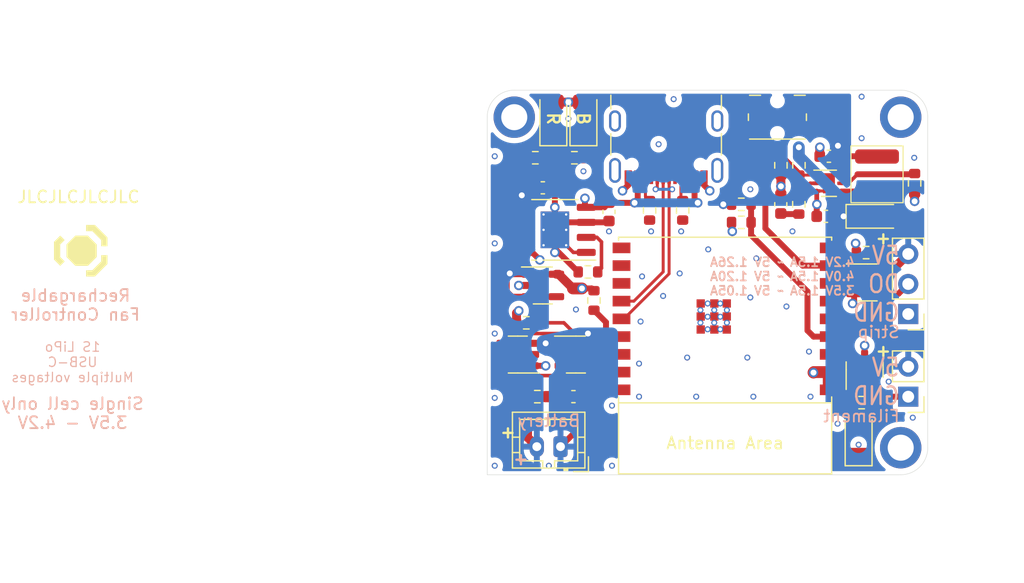
<source format=kicad_pcb>
(kicad_pcb (version 20221018) (generator pcbnew)
  (title_block (title "Custom - Charging Board (1S)") (company "Abit Gray"))
  (layers (0 "F.Cu" signal) (1 "In1.Cu" power "In1.Cu (GND)") (2 "In2.Cu" power "In2.Cu (Vcc)") (31 "B.Cu" signal) (34 "B.Paste" user) (35 "F.Paste" user) (36 "B.SilkS" user "B.Silkscreen") (37 "F.SilkS" user "F.Silkscreen") (38 "B.Mask" user) (39 "F.Mask" user) (44 "Edge.Cuts" user))
  (net 0 "")
  (net 1 "GND")
  (net 2 "-BATT")
  (net 3 "+5V")
  (net 4 "+BATT")
  (net 5 "/DW01A Vcc")
  (net 6 "Net-(C5-Pad1)")
  (net 7 "Net-(D3-K)")
  (net 8 "Net-(D4-K)")
  (net 9 "Net-(D1-A)")
  (net 10 "Net-(J1-CC1)")
  (net 12 "Net-(J1-CC2)")
  (net 13 "USB D+")
  (net 14 "USB D-")
  (net 15 "/FET Charge")
  (net 16 "/FET Discharge")
  (net 17 "/Standby")
  (net 18 "/Charging")
  (net 19 "/Prog")
  (net 21 "Net-(J2-Pin_2)")
  (net 22 "Net-(U2-VM)")
  (net 26 "Net-(J3-Pin_1)")
  (net 28 "/Feedback")
  (net 29 "Net-(U4-CTRL)")
  (net 30 "Net-(U4-COMP)")
  (net 31 "LED Strip")
  (net 32 "+3.3V")
  (net 33 "Battery Voltage (3{slash}4)")
  (net 43 "LED Filament")
  (net 44 "/VUSB")
  (net 45 "/Strapping 1")
  (net 46 "/BOOT")
  (net 47 "Net-(D2-A)")
  (footprint "Capacitor_SMD:C_0603_1608Metric" (layer "F.Cu") (at 91.2175 43.18 180)
    (fp_text reference "C4" hide)
    (fp_text value "4.7uF")
  )
  (footprint "Button_Switch_SMD:Panasonic_EVQPUL_EVQPUC" (layer "F.Cu") (at 86.868 39.878)
    (fp_text reference "SW1" hide)
    (fp_text value "BOOT")
  )
  (footprint "Resistor_SMD:R_0603_1608Metric" (layer "F.Cu") (at 66.593 63.5 180)
    (fp_text reference "R7" hide)
    (fp_text value "100R")
  )
  (footprint "Package_TO_SOT_SMD:SOT-23-6" (layer "F.Cu") (at 64.942 59.944 180)
    (fp_text reference "U3" hide)
    (fp_text value "FS8205A")
  )
  (footprint "Resistor_SMD:R_0603_1608Metric" (layer "F.Cu") (at 83.82 47.244)
    (fp_text reference "R15" hide)
    (fp_text value "10k")
  )
  (footprint "PCM_Espressif:ESP32-C3-WROOM-02" (layer "F.Cu") (at 82.451 57.026 180)
    (fp_text reference "U6" hide)
    (fp_text value "ESP32-C3-WROOM-02-N4")
  )
  (footprint "Capacitor_SMD:C_0603_1608Metric" (layer "F.Cu") (at 69.641 63.5)
    (fp_text reference "C3" hide)
    (fp_text value "100nF")
  )
  (footprint "Capacitor_SMD:C_0603_1608Metric" (layer "F.Cu") (at 72.644 47.879 -90)
    (fp_text reference "C1" hide)
    (fp_text value "100nF")
  )
  (footprint "Resistor_SMD:R_0603_1608Metric" (layer "F.Cu") (at 88.6875 43.947 90)
    (fp_text reference "R9" hide)
    (fp_text value "30k")
  )
  (footprint "Connector_PinHeader_2.54mm:PinHeader_1x03_P2.54mm_Vertical" (layer "F.Cu") (at 97.917 56.52 180)
    (fp_text reference "J2" hide)
    (fp_text value "LED Strip")
  )
  (footprint "Resistor_SMD:R_0603_1608Metric" (layer "F.Cu") (at 65.659 57.2595 180)
    (fp_text reference "R6" hide)
    (fp_text value "1k")
  )
  (footprint "Resistor_SMD:R_0603_1608Metric" (layer "F.Cu") (at 70.866 52.959)
    (fp_text reference "R5" hide)
    (fp_text value "1.2k")
  )
  (footprint "Package_TO_SOT_SMD:SOT-23" (layer "F.Cu") (at 94.234 61.214 90)
    (fp_text reference "Q1" hide)
    (fp_text value "Si2301CDS")
  )
  (footprint "Resistor_SMD:R_0603_1608Metric" (layer "F.Cu") (at 83.82 48.768)
    (fp_text reference "R13" hide)
    (fp_text value "30k")
  )
  (footprint "MountingHole:MountingHole_2.2mm_M2_ISO7380_Pad" (layer "F.Cu") (at 97.282 39.878 -90)
    (fp_text reference "H3" hide)
    (fp_text value "MountingHole_Pad")
  )
  (footprint "MountingHole:MountingHole_2.2mm_M2_ISO7380_Pad" (layer "F.Cu") (at 97.282 67.818 -90)
    (fp_text reference "H4" hide)
    (fp_text value "MountingHole_Pad")
  )
  (footprint "Connector_JST:JST_PH_B2B-PH-K_1x02_P2.00mm_Vertical" (layer "F.Cu") (at 68.548 67.7275 180)
    (fp_text reference "BT1" hide)
    (fp_text value "Conn_01x02")
  )
  (footprint "Connector_USB:USB_C_Receptacle_GCT_USB4105-xx-A_16P_TopMnt_Horizontal" (layer "F.Cu") (at 77.47 41.275 180)
    (fp_text reference "J1" hide)
    (fp_text value "USB-C (Female)")
  )
  (footprint "Package_TO_SOT_SMD:SOT-23-5" (layer "F.Cu") (at 94.488 53.848)
    (fp_text reference "U5" hide)
    (fp_text value "SN74AHCT1G125DBVR")
  )
  (footprint "MountingHole:MountingHole_2.2mm_M2_ISO7380_Pad" (layer "F.Cu") (at 64.643 39.878 -90)
    (fp_text reference "H6" hide)
    (fp_text value "MountingHole_Pad")
  )
  (footprint "Resistor_SMD:R_0603_1608Metric" (layer "F.Cu") (at 78.867 47.752 -90)
    (fp_text reference "R1" hide)
    (fp_text value "5.1k")
  )
  (footprint "Resistor_SMD:R_0603_1608Metric" (layer "F.Cu") (at 66.421 43.307)
    (fp_text reference "R4" hide)
    (fp_text value "10k")
  )
  (footprint "Resistor_SMD:R_0603_1608Metric" (layer "F.Cu") (at 71.374 55.372 -90)
    (fp_text reference "R12" hide)
    (fp_text value "10k")
  )
  (footprint "Resistor_SMD:R_0603_1608Metric" (layer "F.Cu") (at 98.4565 45.466 -90)
    (fp_text reference "R14" hide)
    (fp_text value "10k")
  )
  (footprint "LED_SMD:LED_1206_3216Metric" (layer "F.Cu") (at 93.726 67.056 90)
    (fp_text reference "D2" hide)
    (fp_text value "White")
  )
  (footprint "Package_SO:HSOP-8-1EP_3.9x4.9mm_P1.27mm_EP2.41x3.1mm_ThermalVias" (layer "F.Cu") (at 68.072 49.403 180)
    (fp_text reference "U1" hide)
    (fp_text value "TP4056")
  )
  (footprint "Custom:Inductor 4x4" (layer "F.Cu") (at 95.2815 44.704)
    (fp_text reference "L1" hide)
    (fp_text value "10uH")
  )
  (footprint "Resistor_SMD:R_0603_1608Metric" (layer "F.Cu") (at 69.723 43.307)
    (fp_text reference "R3" hide)
    (fp_text value "10k")
  )
  (footprint "Capacitor_SMD:C_0603_1608Metric" (layer "F.Cu") (at 90.9635 48.26 180)
    (fp_text reference "C6" hide)
    (fp_text value "4.7uF")
  )
  (footprint "Connector_PinHeader_2.54mm:PinHeader_1x02_P2.54mm_Vertical" (layer "F.Cu") (at 97.917 63.505 180)
    (fp_text reference "J3" hide)
    (fp_text value "LED Filament")
  )
  (footprint "Resistor_SMD:R_0603_1608Metric" (layer "F.Cu") (at 76.073 47.752 -90)
    (fp_text reference "R2" hide)
    (fp_text value "5.1k")
  )
  (footprint "Capacitor_SMD:C_0603_1608Metric" (layer "F.Cu") (at 87.1535 47.244 90)
    (fp_text reference "C5" hide)
    (fp_text value "10nF")
  )
  (footprint "Package_DFN_QFN:DFN-6-1EP_2x2mm_P0.65mm_EP1.01x1.7mm" (layer "F.Cu") (at 91.2175 45.466)
    (fp_text reference "U4" hide)
    (fp_text value "TPS61170")
  )
  (footprint "Resistor_SMD:R_0603_1608Metric" (layer "F.Cu") (at 88.6775 47.244 -90)
    (fp_text reference "R8" hide)
    (fp_text value "4.99k")
  )
  (footprint "Resistor_SMD:R_0603_1608Metric" (layer "F.Cu") (at 87.1635 43.947 -90)
    (fp_text reference "R10" hide)
    (fp_text value "10k")
  )
  (footprint "LED_SMD:LED_1206_3216Metric" (layer "F.Cu") (at 70.485 40.005 90)
    (fp_text reference "D3" hide)
    (fp_text value "Blue")
  )
  (footprint "Package_TO_SOT_SMD:SOT-23-5" (layer "F.Cu") (at 67.056 54.102)
    (fp_text reference "U7" hide)
    (fp_text value "AP2112K-3.3")
  )
  (footprint "Diode_SMD:D_SOD-123" (layer "F.Cu") (at 95.0275 48.26)
    (fp_text reference "D1" hide)
    (fp_text value "MBR0540")
  )
  (footprint "Resistor_SMD:R_0603_1608Metric" (layer "F.Cu") (at 93.98 64.008)
    (fp_text reference "R16" hide)
    (fp_text value "10k")
  )
  (footprint "Capacitor_SMD:C_0603_1608Metric" (layer "F.Cu") (at 67.056 45.847)
    (fp_text reference "C2" hide)
    (fp_text value "10uF")
  )
  (footprint "LED_SMD:LED_1206_3216Metric" (layer "F.Cu") (at 67.945 40.005 90)
    (fp_text reference "D4" hide)
    (fp_text value "Red")
  )
  (footprint "Resistor_SMD:R_0603_1608Metric" (layer "F.Cu") (at 94.361 51.323 180)
    (fp_text reference "R11" hide)
    (fp_text value "10k")
  )
  (footprint "Package_TO_SOT_SMD:SOT-23-6" (layer "F.Cu") (at 69.85 59.944)
    (fp_text reference "U2" hide)
    (fp_text value "DW01A-G")
  )
  (gr_poly (pts (xy 29.75421 52.069999) (xy 29.005856 52.818355) (xy 28.476689 52.818355) (xy 28.476689 53.347521) (xy 29.225044 53.347521) (xy 30.283377 52.289188) (xy 30.283377 51.540834) (xy 29.75421 51.540835)) (fill solid) (layer "F.SilkS"))
  (gr_poly (pts (xy 28.476689 49.514958) (xy 29.005856 49.514958) (xy 29.75421 50.263312) (xy 29.75421 50.792479) (xy 30.283377 50.792479) (xy 30.283377 50.044124) (xy 29.225044 48.985791) (xy 28.476689 48.985791)) (fill solid) (layer "F.SilkS"))
  (gr_poly (pts (xy 25.766657 50.418301) (xy 25.766657 51.915011) (xy 26.295824 52.444177) (xy 26.67 52.07) (xy 26.295824 51.695823) (xy 26.295824 50.63749) (xy 26.670001 50.263312) (xy 26.295824 49.889135)) (fill solid) (layer "F.SilkS"))
  (gr_poly (pts (xy 26.82499 50.63749) (xy 26.824991 51.695823) (xy 27.573345 52.444177) (xy 28.631678 52.444178) (xy 29.380033 51.695823) (xy 29.380033 50.63749) (xy 28.631678 49.889135) (xy 27.573346 49.889135)) (fill solid) (layer "F.SilkS"))
  (gr_arc (start 99.568 67.818) (mid 98.898446 69.434446) (end 97.282 70.104) (stroke (width 0.0381)) (layer "Edge.Cuts"))
  (gr_arc (start 97.282 37.592) (mid 98.898475 38.261525) (end 99.568 39.878) (stroke (width 0.0381)) (layer "Edge.Cuts"))
  (gr_line (start 62.357 70.104) (end 62.357 39.878) (stroke (width 0.0381)) (layer "Edge.Cuts"))
  (gr_arc (start 62.357 39.878) (mid 63.026551 38.261537) (end 64.643 37.592) (stroke (width 0.0381)) (layer "Edge.Cuts"))
  (gr_line (start 99.568 39.878) (end 99.568 67.818) (stroke (width 0.0381)) (layer "Edge.Cuts"))
  (gr_line (start 64.643 37.592) (end 97.282 37.592) (stroke (width 0.0381)) (layer "Edge.Cuts"))
  (gr_line (start 97.282 70.104) (end 62.357 70.104) (stroke (width 0.0381)) (layer "Edge.Cuts"))
  (gr_text "Rechargable\nFan Controller" (at 27.586991 55.759823) (layer "B.SilkS") (effects (font (size 1 1)) (justify mirror)))
  (gr_text "Strip" (at 97.282 58.039) (layer "B.SilkS") (effects (font (size 1 1)) (justify left mirror)))
  (gr_text "5V\nGND" (at 97.282 62.23) (layer "B.SilkS") (effects (font (size 1.5 1.27) (thickness 0.2)) (justify left mirror)))
  (gr_text "5V\nDO\nGND" (at 97.282 53.975) (layer "B.SilkS") (effects (font (size 1.5 1.27) (thickness 0.2)) (justify left mirror)))
  (gr_text "Single cell only\n3.5V - 4.2V" (at 27.332991 64.903823) (layer "B.SilkS") (effects (font (size 1 1)) (justify mirror)))
  (gr_text "Battery" (at 67.564 65.532) (layer "B.SilkS") (effects (font (size 1 1)) (justify mirror)))
  (gr_text "Filament" (at 97.282 65.151) (layer "B.SilkS") (effects (font (size 1 1)) (justify left mirror)))
  (gr_text "4.2V 1.5A ~ 5V 1.26A\n4.0V 1.5A ~ 5V 1.20A\n3.5V 1.5A ~ 5V 1.05A" (at 93.472 53.34) (layer "B.SilkS") (effects (font (size 0.75 0.75) (thickness 0.15) bold) (justify left mirror)))
  (gr_text "1S LiPo\nUSB-C\nMultiple voltages" (at 27.332991 60.585823) (layer "B.SilkS") (effects (font (size 0.8 0.8) (thickness 0.1)) (justify mirror)))
  (gr_text "+" (at 65.278 68.834 -90) (layer "B.SilkS") (effects (font (size 1 1) (thickness 0.2) bold) (justify mirror)))
  (gr_text "B" (at 70.485 40.005 -90) (layer "F.SilkS") (effects (font (size 1 1) (thickness 0.2) bold)))
  (gr_text "+" (at 64.18 66.5655 -90) (layer "F.SilkS") (effects (font (size 1 1) (thickness 0.2) bold)))
  (gr_text "+" (at 95.885 50.165 -90) (layer "F.SilkS") (effects (font (size 1 1) (thickness 0.2) bold)))
  (gr_text "+" (at 95.885 59.69 -90) (layer "F.SilkS") (effects (font (size 1 1) (thickness 0.2) bold)))
  (gr_text "R" (at 67.945 40.005 -90) (layer "F.SilkS") (effects (font (size 1 1) (thickness 0.2) bold)))
  (gr_text "JLCJLCJLCJLC" (at 27.840991 46.615823) (layer "F.SilkS") (effects (font (size 1 1))))
  (segment (start 80.67 45.618) (end 81.153 46.101) (width 0.5) (layer "F.Cu") (net 1))
  (segment (start 90.9485 46.116) (end 90.19 46.116) (width 0.25) (layer "F.Cu") (net 1))
  (segment (start 69.632 51.308) (end 69.027 50.703) (width 0.3) (layer "F.Cu") (net 1))
  (segment (start 82.995 49.467) (end 83.058 49.53) (width 0.5) (layer "F.Cu") (net 1))
  (segment (start 74.27 44.955) (end 74.27 45.618) (width 0.5) (layer "F.Cu") (net 1))
  (segment (start 93.3505 54.798) (end 93.3505 55.4935) (width 0.5) (layer "F.Cu") (net 1))
  (segment (start 70.041 52.959) (end 68.072 50.99) (width 0.5) (layer "F.Cu") (net 1))
  (segment (start 64.834 56.4335) (end 65.024 56.2435) (width 0.75) (layer "F.Cu") (net 1))
  (segment (start 80.67 44.955) (end 80.67 45.618) (width 0.5) (layer "F.Cu") (net 1))
  (segment (start 90.4425 43.18) (end 90.4425 42.431) (width 0.75) (layer "F.Cu") (net 1))
  (segment (start 67.831 45.847) (end 68.072 46.088) (width 0.5) (layer "F.Cu") (net 1))
  (segment (start 74.27 45.618) (end 73.787 46.101) (width 0.5) (layer "F.Cu") (net 1))
  (segment (start 70.722 48.768) (end 68.707 48.768) (width 0.5) (layer "F.Cu") (net 1))
  (segment (start 93.536 50.61) (end 93.472 50.546) (width 0.5) (layer "F.Cu") (net 1))
  (segment (start 70.722 48.768) (end 72.53 48.768) (width 0.5) (layer "F.Cu") (net 1))
  (segment (start 87.1635 46.459) (end 87.1535 46.469) (width 0.5) (layer "F.Cu") (net 1))
  (segment (start 70.722 51.308) (end 69.632 51.308) (width 0.3) (layer "F.Cu") (net 1))
  (segment (start 90.4425 42.431) (end 90.4555 42.418) (width 0.5) (layer "F.Cu") (net 1))
  (segment (start 98.4565 46.99) (end 98.4565 46.291) (width 0.75) (layer "F.Cu") (net 1))
  (segment (start 68.072 46.088) (end 68.072 49.403) (width 0.5) (layer "F.Cu") (net 1))
  (segment (start 93.536 51.323) (end 93.536 50.61) (width 0.5) (layer "F.Cu") (net 1))
  (segment (start 90.2015 47.244) (end 90.19 47.2325) (width 0.4) (layer "F.Cu") (net 1))
  (segment (start 94.234 60.2765) (end 94.234 59.182) (width 0.5) (layer "F.Cu") (net 1))
  (segment (start 90.1885 47.257) (end 90.1885 48.26) (width 0.5) (layer "F.Cu") (net 1))
  (segment (start 91.2175 45.466) (end 91.2175 45.847) (width 0.25) (layer "F.Cu") (net 1))
  (segment (start 67.294 60.894) (end 66.0795 60.894) (width 0.5) (layer "F.Cu") (net 1))
  (segment (start 93.3505 55.4935) (end 93.218 55.626) (width 0.5) (layer "F.Cu") (net 1))
  (segment (start 68.072 50.99) (end 68.072 49.403) (width 0.5) (layer "F.Cu") (net 1))
  (segment (start 72.53 48.768) (end 72.644 48.654) (width 0.5) (layer "F.Cu") (net 1))
  (segment (start 82.995 48.768) (end 82.995 49.467) (width 0.5) (layer "F.Cu") (net 1))
  (segment (start 64.834 57.2595) (end 64.834 56.4335) (width 0.75) (layer "F.Cu") (net 1))
  (segment (start 68.707 48.768) (end 68.072 49.403) (width 0.5) (layer "F.Cu") (net 1))
  (segment (start 65.9185 54.102) (end 65.024 54.102) (width 0.5) (layer "F.Cu") (net 1))
  (segment (start 91.2175 45.847) (end 90.9485 46.116) (width 0.25) (layer "F.Cu") (net 1))
  (segment (start 90.2015 47.244) (end 90.1885 47.257) (width 0.5) (layer "F.Cu") (net 1))
  (segment (start 87.1635 44.772) (end 87.1635 46.459) (width 0.75) (layer "F.Cu") (net 1))
  (segment (start 90.19 47.2325) (end 90.19 46.116) (width 0.4) (layer "F.Cu") (net 1))
  (via (at 93.218 55.626) (size 0.8) (drill 0.5) (layers "F.Cu" "B.Cu") (net 1))
  (via (at 72.898 69.342) (size 0.5) (drill 0.3) (layers "F.Cu" "B.Cu") (net 1))
  (via (at 82.042 55.626) (size 0.5) (drill 0.3) (layers "F.Cu" "B.Cu") (net 1))
  (via (at 91.948 65.786) (size 0.5) (drill 0.3) (layers "F.Cu" "B.Cu") (net 1))
  (via (at 78.613 53.086) (size 0.5) (drill 0.3) (layers "F.Cu" "B.Cu") (net 1))
  (via (at 90.4555 42.418) (size 0.8) (drill 0.5) (layers "F.Cu" "B.Cu") (net 1))
  (via (at 80.9752 56.7436) (size 0.5) (drill 0.3) (layers "F.Cu" "B.Cu") (net 1))
  (via (at 85.09 51.816) (size 0.5) (drill 0.3) (layers "F.Cu" "B.Cu") (net 1))
  (via (at 68.072 47.498) (size 0.8) (drill 0.5) (layers "F.Cu" "B.Cu") (net 1))
  (via (at 62.992 58.166) (size 0.5) (drill 0.3) (layers "F.Cu" "B.Cu") (net 1))
  (via (at 84.836 63.5) (size 0.5) (drill 0.3) (layers "F.Cu" "B.Cu") (net 1))
  (via (at 70.485 44.45) (size 0.5) (drill 0.3) (layers "F.Cu" "B.Cu") (net 1))
  (via (at 82.6008 56.1848) (size 0.5) (drill 0.3) (layers "F.Cu" "B.Cu") (net 1))
  (via (at 78.74 49.53) (size 0.5) (drill 0.3) (layers "F.Cu" "B.Cu") (net 1))
  (via (at 94.234 59.182) (size 0.8) (drill 0.5) (layers "F.Cu" "B.Cu") (net 1))
  (via (at 84.582 55.118) (size 0.5) (drill 0.3) (layers "F.Cu" "B.Cu") (net 1))
  (via (at 67.564 69.342) (size 0.5) (drill 0.3) (layers "F.Cu" "B.Cu") (net 1))
  (via (at 93.472 50.546) (size 0.8) (drill 0.5) (layers "F.Cu" "B.Cu") (net 1))
  (via (at 81.026 51.054) (size 0.5) (drill 0.3) (layers "F.Cu" "B.Cu") (net 1))
  (via (at 80.9752 57.8104) (size 0.5) (drill 0.3) (layers "F.Cu" "B.Cu") (net 1))
  (via (at 89.662 63.5) (size 0.5) (drill 0.3) (layers "F.Cu" "B.Cu") (net 1))
  (via (at 75.184 63.5) (size 0.5) (drill 0.3) (layers "F.Cu" "B.Cu") (net 1))
  (via (at 96.266 62.23) (size 0.5) (drill 0.3) (layers "F.Cu" "B.Cu") (net 1))
  (via (at 98.4565 46.99) (size 0.8) (drill 0.5) (layers "F.Cu" "B.Cu") (net 1))
  (via (at 75.438 53.34) (size 0.5) (drill 0.3) (layers "F.Cu" "B.Cu") (net 1))
  (via (at 87.1635 45.72) (size 0.8) (drill 0.5) (layers "F.Cu" "B.Cu") (net 1))
  (via (at 80.01 63.5) (size 0.5) (drill 0.3) (layers "F.Cu" "B.Cu") (net 1))
  (via (at 73.787 46.101) (size 0.8) (drill 0.5) (layers "F.Cu" "B.Cu") (net 1))
  (via (at 81.534 57.2516) (size 0.5) (drill 0.3) (layers "F.Cu" "B.Cu") (net 1))
  (via (at 69.85 56.134) (size 0.5) (drill 0.3) (layers "F.Cu" "B.Cu") (net 1))
  (via (at 93.726 67.564) (size 0.5) (drill 0.3) (layers "F.Cu" "B.Cu") (net 1))
  (via (at 84.328 60.198) (size 0.5) (drill 0.3) (layers "F.Cu" "B.Cu") (net 1))
  (via (at 65.024 54.102) (size 0.8) (drill 0.5) (layers "F.Cu" "B.Cu") (net 1))
  (via (at 81.153 46.101) (size 0.8) (drill 0.5) (layers "F.Cu" "B.Cu") (net 1))
  (via (at 80.3656 56.1848) (size 0.5) (drill 0.3) (layers "F.Cu" "B.Cu") (net 1))
  (via (at 80.9752 55.626) (size 0.5) (drill 0.3) (layers "F.Cu" "B.Cu") (net 1))
  (via (at 65.024 56.2435) (size 0.8) (drill 0.5) (layers "F.Cu" "B.Cu") (net 1))
  (via (at 93.98 38.1415) (size 0.5) (drill 0.3) (layers "F.Cu" "B.Cu") (net 1))
  (via (at 76.2 49.53) (size 0.5) (drill 0.3) (layers "F.Cu" "B.Cu") (net 1))
  (via (at 82.042 57.8104) (size 0.5) (drill 0.3) (layers "F.Cu" "B.Cu") (net 1))
  (via (at 67.294 60.894) (size 0.8) (drill 0.5) (layers "F.Cu" "B.Cu") (net 1))
  (via (at 81.534 56.1848) (size 0.5) (drill 0.3) (layers "F.Cu" "B.Cu") (net 1))
  (via (at 76.835 42.164) (size 0.5) (drill 0.3) (layers "F.Cu" "B.Cu") (net 1))
  (via (at 87.63 55.88) (size 0.5) (drill 0.3) (layers "F.Cu" "B.Cu") (net 1))
  (via (at 93.98 41.656) (size 0.5) (drill 0.3) (layers "F.Cu" "B.Cu") (net 1))
  (via (at 79.248 60.198) (size 0.5) (drill 0.3) (layers "F.Cu" "B.Cu") (net 1))
  (via (at 69.215 40.005) (size 0.5) (drill 0.3) (layers "F.Cu" "B.Cu") (net 1))
  (via (at 75.311 57.15) (size 0.5) (drill 0.3) (layers "F.Cu" "B.Cu") (net 1))
  (via (at 75.184 60.706) (size 0.5) (drill 0.3) (layers "F.Cu" "B.Cu") (net 1))
  (via (at 78.105 38.354) (size 0.5) (drill 0.3) (layers "F.Cu" "B.Cu") (net 1))
  (via (at 84.582 45.974) (size 0.5) (drill 0.3) (layers "F.Cu" "B.Cu") (net 1))
  (via (at 72.898 64.262) (size 0.5) (drill 0.3) (layers "F.Cu" "B.Cu") (net 1))
  (via (at 62.992 63.6095) (size 0.5) (drill 0.3) (layers "F.Cu" "B.Cu") (net 1))
  (via (at 83.058 49.53) (size 0.8) (drill 0.5) (layers "F.Cu" "B.Cu") (net 1))
  (via (at 62.992 43.18) (size 0.5) (drill 0.3) (layers "F.Cu" "B.Cu") (net 1))
  (via (at 68.072 51.308) (size 0.8) (drill 0.5) (layers "F.Cu" "B.Cu") (net 1))
  (via (at 89.535 59.69) (size 0.5) (drill 0.3) (layers "F.Cu" "B.Cu") (net 1))
  (via (at 98.425 43.307) (size 0.5) (drill 0.3) (layers "F.Cu" "B.Cu") (net 1))
  (via (at 82.6008 57.2516) (size 0.5) (drill 0.3) (layers "F.Cu" "B.Cu") (net 1))
  (via (at 62.992 69.342) (size 0.5) (drill 0.3) (layers "F.Cu" "B.Cu") (net 1))
  (via (at 72.644 49.53) (size 0.5) (drill 0.3) (layers "F.Cu" "B.Cu") (net 1))
  (via (at 80.3656 57.2516) (size 0.5) (drill 0.3) (layers "F.Cu" "B.Cu") (net 1))
  (via (at 77.216 54.991) (size 0.5) (drill 0.3) (layers "F.Cu" "B.Cu") (net 1))
  (via (at 82.042 56.7436) (size 0.5) (drill 0.3) (layers "F.Cu" "B.Cu") (net 1))
  (via (at 90.2015 47.244) (size 0.8) (drill 0.5) (layers "F.Cu" "B.Cu") (net 1))
  (via (at 98.298 65.278) (size 0.5) (drill 0.3) (layers "F.Cu" "B.Cu") (net 1))
  (via (at 62.992 50.546) (size 0.5) (drill 0.3) (layers "F.Cu" "B.Cu") (net 1))
  (via (at 88.138 49.53) (size 0.5) (drill 0.3) (layers "F.Cu" "B.Cu") (net 1))
  (segment (start 70.416 65.8595) (end 70.416 63.5) (width 0.5) (layer "F.Cu") (net 2))
  (segment (start 70.866 58.166) (end 70.9875 58.2875) (width 0.5) (layer "F.Cu") (net 2))
  (segment (start 67.294 58.994) (end 66.0795 58.994) (width 0.5) (layer "F.Cu") (net 2))
  (segment (start 70.9875 58.2875) (end 70.9875 58.994) (width 0.5) (layer "F.Cu") (net 2))
  (segment (start 68.548 67.7275) (end 70.416 65.8595) (width 0.5) (layer "F.Cu") (net 2))
  (via (at 70.866 58.166) (size 0.8) (drill 0.5) (layers "F.Cu" "B.Cu") (net 2))
  (via (at 67.294 58.994) (size 0.8) (drill 0.5) (layers "F.Cu" "B.Cu") (net 2))
  (segment (start 95.6255 52.898) (end 96.459 52.898) (width 0.75) (layer "F.Cu") (net 3))
  (segment (start 88.6875 43.122) (end 88.6875 42.428) (width 0.75) (layer "F.Cu") (net 3))
  (segment (start 88.6875 42.428) (end 88.6775 42.418) (width 0.5) (layer "F.Cu") (net 3))
  (segment (start 96.459 52.898) (end 97.917 51.44) (width 0.75) (layer "F.Cu") (net 3))
  (segment (start 93.3775 48.26) (end 91.7385 48.26) (width 0.5) (layer "F.Cu") (net 3))
  (via (at 88.6775 42.418) (size 0.8) (drill 0.5) (layers "F.Cu" "B.Cu") (net 3))
  (via (at 92.456 48.26) (size 0.8) (drill 0.5) (layers "F.Cu" "B.Cu") (net 3))
  (segment (start 88.6775 43.2115) (end 92.456 46.99) (width 1) (layer "B.Cu") (net 3))
  (segment (start 92.456 46.99) (end 92.456 48.26) (width 1) (layer "B.Cu") (net 3))
  (segment (start 88.6775 42.418) (end 88.6775 43.2115) (width 1) (layer "B.Cu") (net 3))
  (segment (start 65.768 66.9475) (end 65.768 63.5) (width 0.75) (layer "F.Cu") (net 4))
  (segment (start 65.9185 53.152) (end 64.328 53.152) (width 0.5) (layer "F.Cu") (net 4))
  (segment (start 92.245 43.4325) (end 91.9925 43.18) (width 0.4) (layer "F.Cu") (net 4))
  (segment (start 91.9925 42.304) (end 91.9795 42.291) (width 0.4) (layer "F.Cu") (net 4))
  (segment (start 65.422 46.626) (end 65.278 46.482) (width 0.5) (layer "F.Cu") (net 4))
  (segment (start 66.281 45.847) (end 65.913 45.847) (width 0.5) (layer "F.Cu") (net 4))
  (segment (start 66.548 67.7275) (end 65.768 66.9475) (width 0.75) (layer "F.Cu") (net 4))
  (segment (start 64.008 54.61) (end 64.008 53.34) (width 0.5) (layer "F.Cu") (net 4))
  (segment (start 65.422 47.625) (end 65.422 46.626) (width 0.5) (layer "F.Cu") (net 4))
  (segment (start 92.245 44.816) (end 92.245 43.4325) (width 0.4) (layer "F.Cu") (net 4))
  (segment (start 64.45 55.052) (end 64.008 54.61) (width 0.5) (layer "F.Cu") (net 4))
  (segment (start 91.9925 43.18) (end 95.2575 43.18) (width 0.5) (layer "F.Cu") (net 4))
  (segment (start 91.9925 43.18) (end 91.9925 42.304) (width 0.75) (layer "F.Cu") (net 4))
  (segment (start 82.296 47.244) (end 82.995 47.244) (width 0.5) (layer "F.Cu") (net 4))
  (segment (start 64.008 53.34) (end 64.262 53.086) (width 0.5) (layer "F.Cu") (net 4))
  (segment (start 65.913 45.847) (end 65.278 46.482) (width 0.5) (layer "F.Cu") (net 4))
  (segment (start 65.9185 55.052) (end 64.45 55.052) (width 0.5) (layer "F.Cu") (net 4))
  (segment (start 95.2575 43.18) (end 95.2815 43.204) (width 0.25) (layer "F.Cu") (net 4))
  (via (at 91.9795 42.291) (size 0.8) (drill 0.5) (layers "F.Cu" "B.Cu") (net 4))
  (via (at 65.278 46.482) (size 0.8) (drill 0.5) (layers "F.Cu" "B.Cu") (net 4))
  (via (at 64.262 53.086) (size 0.8) (drill 0.5) (layers "F.Cu" "B.Cu") (net 4))
  (via (at 82.296 47.244) (size 0.8) (drill 0.5) (layers "F.Cu" "B.Cu") (net 4))
  (segment (start 70.9875 59.944) (end 71.7725 59.944) (width 0.5) (layer "F.Cu") (net 5))
  (segment (start 72.136 61.8315) (end 71.628 62.3395) (width 0.5) (layer "F.Cu") (net 5))
  (segment (start 70.866 60.0885) (end 70.9875 60.21) (width 0.5) (layer "F.Cu") (net 5))
  (segment (start 71.7725 59.944) (end 72.136 60.3075) (width 0.5) (layer "F.Cu") (net 5))
  (segment (start 72.136 60.3075) (end 72.136 61.8315) (width 0.5) (layer "F.Cu") (net 5))
  (segment (start 69.342 62.3395) (end 68.866 62.8155) (width 0.5) (layer "F.Cu") (net 5))
  (segment (start 71.628 62.3395) (end 69.342 62.3395) (width 0.5) (layer "F.Cu") (net 5))
  (segment (start 68.866 63.5) (end 67.418 63.5) (width 0.5) (layer "F.Cu") (net 5))
  (segment (start 68.866 62.8155) (end 68.866 63.5) (width 0.5) (layer "F.Cu") (net 5))
  (segment (start 87.2035 48.069) (end 87.1535 48.019) (width 0.5) (layer "F.Cu") (net 6))
  (segment (start 88.6775 48.069) (end 87.2035 48.069) (width 0.5) (layer "F.Cu") (net 6))
  (segment (start 70.548 41.468) (end 70.485 41.405) (width 0.4) (layer "F.Cu") (net 7))
  (segment (start 70.548 43.307) (end 70.548 41.468) (width 0.4) (layer "F.Cu") (net 7))
  (segment (start 67.246 43.307) (end 67.246 42.104) (width 0.4) (layer "F.Cu") (net 8))
  (segment (start 67.246 42.104) (end 67.945 41.405) (width 0.4) (layer "F.Cu") (net 8))
  (segment (start 96.6775 48.26) (end 96.6775 46.204) (width 0.5) (layer "F.Cu") (net 9))
  (segment (start 96.6775 46.204) (end 95.2815 46.204) (width 0.5) (layer "F.Cu") (net 9))
  (segment (start 95.1935 46.116) (end 95.2815 46.204) (width 0.4) (layer "F.Cu") (net 9))
  (segment (start 92.245 46.116) (end 95.1935 46.116) (width 0.4) (layer "F.Cu") (net 9))
  (segment (start 78.72 44.955) (end 78.72 46.78) (width 0.25) (layer "F.Cu") (net 10))
  (segment (start 78.72 46.78) (end 78.867 46.927) (width 0.25) (layer "F.Cu") (net 10))
  (segment (start 75.72 46.574) (end 76.073 46.927) (width 0.25) (layer "F.Cu") (net 12))
  (segment (start 75.72 44.955) (end 75.72 46.574) (width 0.25) (layer "F.Cu") (net 12))
  (segment (start 77.72 53.111) (end 73.905 56.926) (width 0.25) (layer "F.Cu") (net 13))
  (segment (start 76.72 44.955) (end 76.72 45.835) (width 0.25) (layer "F.Cu") (net 13))
  (segment (start 77.72 45.974) (end 77.72 53.111) (width 0.25) (layer "F.Cu") (net 13))
  (segment (start 76.72 45.835) (end 76.581 45.974) (width 0.25) (layer "F.Cu") (net 13))
  (segment (start 73.905 56.926) (end 73.701 56.926) (width 0.25) (layer "F.Cu") (net 13))
  (segment (start 77.72 44.955) (end 77.72 45.974) (width 0.25) (layer "F.Cu") (net 13))
  (segment (start 77.978 45.974) (end 77.72 45.974) (width 0.25) (layer "F.Cu") (net 13))
  (via (at 76.581 45.974) (size 0.5) (drill 0.3) (layers "F.Cu" "B.Cu") (net 13))
  (via (at 77.978 45.974) (size 0.5) (drill 0.3) (layers "F.Cu" "B.Cu") (net 13))
  (segment (start 76.581 45.974) (end 77.978 45.974) (width 0.25) (layer "B.Cu") (net 13))
  (segment (start 74.746921 55.426) (end 73.701 55.426) (width 0.25) (layer "F.Cu") (net 14))
  (segment (start 77.22 52.952921) (end 74.746921 55.426) (width 0.25) (layer "F.Cu") (net 14))
  (segment (start 77.22 43.303) (end 77.22 44.955) (width 0.25) (layer "F.Cu") (net 14))
  (segment (start 77.47 43.053) (end 77.22 43.303) (width 0.25) (layer "F.Cu") (net 14))
  (segment (start 78.22 43.295) (end 77.978 43.053) (width 0.25) (layer "F.Cu") (net 14))
  (segment (start 77.978 43.053) (end 77.47 43.053) (width 0.25) (layer "F.Cu") (net 14))
  (segment (start 78.22 44.955) (end 78.22 43.295) (width 0.25) (layer "F.Cu") (net 14))
  (segment (start 77.22 44.955) (end 77.22 52.952921) (width 0.25) (layer "F.Cu") (net 14))
  (segment (start 63.8045 61.3465) (end 63.8045 60.894) (width 0.3) (layer "F.Cu") (net 15))
  (segment (start 68.7125 61.445) (end 68.4355 61.722) (width 0.3) (layer "F.Cu") (net 15))
  (segment (start 64.18 61.722) (end 63.8045 61.3465) (width 0.3) (layer "F.Cu") (net 15))
  (segment (start 68.7125 60.894) (end 68.7125 61.445) (width 0.3) (layer "F.Cu") (net 15))
  (segment (start 68.4355 61.722) (end 64.18 61.722) (width 0.3) (layer "F.Cu") (net 15))
  (segment (start 68.4315 58.166) (end 64.18 58.166) (width 0.3) (layer "F.Cu") (net 16))
  (segment (start 63.8045 58.5415) (end 63.8045 58.994) (width 0.3) (layer "F.Cu") (net 16))
  (segment (start 64.18 58.166) (end 63.8045 58.5415) (width 0.3) (layer "F.Cu") (net 16))
  (segment (start 68.7125 58.447) (end 68.4315 58.166) (width 0.3) (layer "F.Cu") (net 16))
  (segment (start 68.7125 58.994) (end 68.7125 58.447) (width 0.3) (layer "F.Cu") (net 16))
  (segment (start 64.008 45.847) (end 65.278 44.577) (width 0.3) (layer "F.Cu") (net 17))
  (segment (start 65.278 44.577) (end 67.85 44.577) (width 0.3) (layer "F.Cu") (net 17))
  (segment (start 68.898 43.529) (end 68.898 43.307) (width 0.3) (layer "F.Cu") (net 17))
  (segment (start 67.85 44.577) (end 68.898 43.529) (width 0.3) (layer "F.Cu") (net 17))
  (segment (start 64.389 48.768) (end 64.008 48.387) (width 0.3) (layer "F.Cu") (net 17))
  (segment (start 64.008 48.387) (end 64.008 45.847) (width 0.3) (layer "F.Cu") (net 17))
  (segment (start 65.422 48.768) (end 64.389 48.768) (width 0.3) (layer "F.Cu") (net 17))
  (segment (start 64.643 43.307) (end 65.596 43.307) (width 0.3) (layer "F.Cu") (net 18))
  (segment (start 63.119 44.831) (end 64.643 43.307) (width 0.3) (layer "F.Cu") (net 18))
  (segment (start 63.119 49.276) (end 63.119 44.831) (width 0.3) (layer "F.Cu") (net 18))
  (segment (start 65.422 50.038) (end 63.881 50.038) (width 0.3) (layer "F.Cu") (net 18))
  (segment (start 63.881 50.038) (end 63.119 49.276) (width 0.3) (layer "F.Cu") (net 18))
  (segment (start 70.722 50.038) (end 71.628 50.038) (width 0.3) (layer "F.Cu") (net 19))
  (segment (start 72.009 52.641) (end 71.691 52.959) (width 0.3) (layer "F.Cu") (net 19))
  (segment (start 71.628 50.038) (end 72.009 50.419) (width 0.3) (layer "F.Cu") (net 19))
  (segment (start 72.009 50.419) (end 72.009 52.641) (width 0.3) (layer "F.Cu") (net 19))
  (segment (start 95.6255 54.798) (end 97.099 54.798) (width 0.5) (layer "F.Cu") (net 21))
  (segment (start 97.099 54.798) (end 97.917 53.98) (width 0.5) (layer "F.Cu") (net 21))
  (segment (start 66.484 57.2595) (end 68.834 57.2595) (width 0.3) (layer "F.Cu") (net 22))
  (segment (start 69.643684 59.944) (end 68.7125 59.944) (width 0.3) (layer "F.Cu") (net 22))
  (segment (start 69.85 59.737684) (end 69.643684 59.944) (width 0.3) (layer "F.Cu") (net 22))
  (segment (start 68.834 57.2595) (end 69.85 58.2755) (width 0.3) (layer "F.Cu") (net 22))
  (segment (start 69.85 58.2755) (end 69.85 59.737684) (width 0.3) (layer "F.Cu") (net 22))
  (segment (start 96.017 63.505) (end 97.917 63.505) (width 0.5) (layer "F.Cu") (net 26))
  (segment (start 95.184 62.1515) (end 95.184 62.672) (width 0.5) (layer "F.Cu") (net 26))
  (segment (start 95.184 62.672) (end 96.017 63.505) (width 0.5) (layer "F.Cu") (net 26))
  (segment (start 90.19 44.816) (end 90.146 44.772) (width 0.25) (layer "F.Cu") (net 28))
  (segment (start 88.6875 44.772) (end 88.6875 44.646) (width 0.5) (layer "F.Cu") (net 28))
  (segment (start 90.146 44.772) (end 88.6875 44.772) (width 0.25) (layer "F.Cu") (net 28))
  (segment (start 88.6875 44.646) (end 87.1635 43.122) (width 0.5) (layer "F.Cu") (net 28))
  (segment (start 98.3935 44.704) (end 98.5205 44.577) (width 0.5) (layer "F.Cu") (net 29))
  (segment (start 93.6305 44.704) (end 98.3935 44.704) (width 0.5) (layer "F.Cu") (net 29))
  (segment (start 92.245 45.466) (end 92.8685 45.466) (width 0.3) (layer "F.Cu") (net 29))
  (segment (start 92.8685 45.466) (end 93.6305 44.704) (width 0.3) (layer "F.Cu") (net 29))
  (segment (start 90.19 45.466) (end 89.6305 45.466) (width 0.3) (layer "F.Cu") (net 30))
  (segment (start 89.6305 45.466) (end 88.6775 46.419) (width 0.3) (layer "F.Cu") (net 30))
  (segment (start 94.488 52.021) (end 94.488 53.609) (width 0.3) (layer "F.Cu") (net 31))
  (segment (start 94.488 53.609) (end 94.249 53.848) (width 0.3) (layer "F.Cu") (net 31))
  (segment (start 95.186 51.323) (end 94.488 52.021) (width 0.3) (layer "F.Cu") (net 31))
  (segment (start 93.3505 53.848) (end 91.279 53.848) (width 0.3) (layer "F.Cu") (net 31))
  (segment (start 94.249 53.848) (end 93.3505 53.848) (width 0.3) (layer "F.Cu") (net 31))
  (segment (start 91.279 53.848) (end 91.201 53.926) (width 0.3) (layer "F.Cu") (net 31))
  (segment (start 71.183 54.356) (end 71.374 54.547) (width 0.5) (layer "F.Cu") (net 32))
  (segment (start 93.155 64.008) (end 92.4965 64.008) (width 0.5) (layer "F.Cu") (net 32))
  (segment (start 68.392 53.152) (end 68.1935 53.152) (width 0.75) (layer "F.Cu") (net 32))
  (segment (start 70.358 54.356) (end 71.183 54.356) (width 0.5) (layer "F.Cu") (net 32))
  (segment (start 70.358 54.356) (end 69.596 54.356) (width 1) (layer "F.Cu") (net 32))
  (segment (start 91.201 61.426) (end 91.201 62.926) (width 1) (layer "F.Cu") (net 32))
  (segment (start 92.4965 64.008) (end 91.4145 62.926) (width 0.5) (layer "F.Cu") (net 32))
  (segment (start 89.958 61.426) (end 91.201 61.426) (width 1) (layer "F.Cu") (net 32))
  (segment (start 89.916 61.468) (end 89.958 61.426) (width 1) (layer "F.Cu") (net 32))
  (segment (start 69.596 54.356) (end 68.392 53.152) (width 0.75) (layer "F.Cu") (net 32))
  (segment (start 91.4145 62.926) (end 91.201 62.926) (width 0.5) (layer "F.Cu") (net 32))
  (via (at 89.916 61.468) (size 0.8) (drill 0.5) (layers "F.Cu" "B.Cu") (net 32))
  (via (at 70.358 54.356) (size 0.8) (drill 0.5) (layers "F.Cu" "B.Cu") (net 32))
  (segment (start 84.645 48.768) (end 84.645 47.244) (width 0.5) (layer "F.Cu") (net 33))
  (segment (start 89.922 58.426) (end 91.201 58.426) (width 0.5) (layer "F.Cu") (net 33))
  (segment (start 84.645 48.768) (end 84.645 49.847) (width 0.5) (layer "F.Cu") (net 33))
  (segment (start 84.645 49.847) (end 89.408 54.61) (width 0.5) (layer "F.Cu") (net 33))
  (segment (start 89.408 54.61) (end 89.408 57.912) (width 0.5) (layer "F.Cu") (net 33))
  (segment (start 89.408 57.912) (end 89.922 58.426) (width 0.5) (layer "F.Cu") (net 33))
  (segment (start 92.438 59.926) (end 91.201 59.926) (width 0.5) (layer "F.Cu") (net 43))
  (segment (start 93.284 60.772) (end 92.438 59.926) (width 0.5) (layer "F.Cu") (net 43))
  (segment (start 93.284 62.1515) (end 93.284 60.772) (width 0.5) (layer "F.Cu") (net 43))
  (segment (start 79.87 44.955) (end 79.87 46.85) (width 0.5) (layer "F.Cu") (net 44))
  (segment (start 67.945 38.605) (end 70.485 38.605) (width 0.75) (layer "F.Cu") (net 44))
  (segment (start 72.644 47.104) (end 72.657 47.117) (width 0.5) (layer "F.Cu") (net 44))
  (segment (start 75.07 44.955) (end 75.07 46.85) (width 0.5) (layer "F.Cu") (net 44))
  (segment (start 65.422 51.308) (end 66.167 51.308) (width 0.5) (layer "F.Cu") (net 44))
  (segment (start 70.612 47.388) (end 70.722 47.498) (width 0.5) (layer "F.Cu") (net 44))
  (segment (start 72.644 47.104) (end 72.25 47.498) (width 0.5) (layer "F.Cu") (net 44))
  (segment (start 72.25 47.498) (end 70.722 47.498) (width 0.5) (layer "F.Cu") (net 44))
  (segment (start 75.07 46.85) (end 74.803 47.117) (width 0.5) (layer "F.Cu") (net 44))
  (segment (start 70.612 46.736) (end 70.612 47.388) (width 0.5) (layer "F.Cu") (net 44))
  (segment (start 66.167 51.308) (end 66.802 51.943) (width 0.5) (layer "F.Cu") (net 44))
  (segment (start 79.87 46.85) (end 80.137 47.117) (width 0.5) (layer "F.Cu") (net 44))
  (segment (start 72.657 47.117) (end 74.803 47.117) (width 0.5) (layer "F.Cu") (net 44))
  (via (at 80.137 47.117) (size 0.8) (drill 0.5) (layers "F.Cu" "B.Cu") (net 44))
  (via (at 70.612 46.736) (size 0.8) (drill 0.5) (layers "F.Cu" "B.Cu") (net 44))
  (via (at 66.802 51.943) (size 0.8) (drill 0.5) (layers "F.Cu" "B.Cu") (net 44))
  (via (at 69.215 38.605) (size 0.8) (drill 0.5) (layers "F.Cu" "B.Cu") (net 44))
  (via (at 74.803 47.117) (size 0.8) (drill 0.5) (layers "F.Cu" "B.Cu") (net 44))
  (segment (start 74.803 47.117) (end 80.137 47.117) (width 0.75) (layer "B.Cu") (net 44))
  (segment (start 73.134 59.926) (end 73.701 59.926) (width 0.5) (layer "F.Cu") (net 45))
  (segment (start 72.39 57.213) (end 72.39 59.182) (width 0.5) (layer "F.Cu") (net 45))
  (segment (start 72.39 59.182) (end 73.134 59.926) (width 0.5) (layer "F.Cu") (net 45))
  (segment (start 71.374 56.197) (end 72.39 57.213) (width 0.5) (layer "F.Cu") (net 45))
  (segment (start 85.852 49.276) (end 85.852 42.337) (width 0.5) (layer "F.Cu") (net 46))
  (segment (start 85.852 42.337) (end 84.243 40.728) (width 0.5) (layer "F.Cu") (net 46))
  (segment (start 91.201 52.426) (end 89.002 52.426) (width 0.5) (layer "F.Cu") (net 46))
  (segment (start 84.585 40.386) (end 84.243 40.728) (width 0.4) (layer "F.Cu") (net 46))
  (segment (start 89.151 40.386) (end 84.585 40.386) (width 0.4) (layer "F.Cu") (net 46))
  (segment (start 89.002 52.426) (end 85.852 49.276) (width 0.5) (layer "F.Cu") (net 46))
  (segment (start 89.493 40.728) (end 89.151 40.386) (width 0.4) (layer "F.Cu") (net 46))
  (segment (start 93.918 65.656) (end 93.726 65.656) (width 0.5) (layer "F.Cu") (net 47))
  (segment (start 94.805 64.008) (end 94.805 64.769) (width 0.5) (layer "F.Cu") (net 47))
  (segment (start 94.805 64.769) (end 93.918 65.656) (width 0.5) (layer "F.Cu") (net 47))
  (zone (net 2) (net_name "-BATT") (layer "B.Cu") (priority 2) (connect_pads (clearance 0.45)) (min_thickness 0.25) (fill yes (thermal_gap 0.5) (thermal_bridge_width 0.5) (smoothing fillet) (radius 0.5))
    (polygon (pts (xy 73.406 72.136) (xy 73.406 57.658) (xy 70.104 57.658) (xy 66.548 58.42) (xy 66.548 59.69) (xy 67.564 60.198) (xy 67.564 72.136)))
  )
  (zone (net 4) (net_name "+BATT") (layer "B.Cu") (priority 3) (connect_pads (clearance 0.45)) (min_thickness 0.25) (fill yes (thermal_gap 0.5) (thermal_bridge_width 0.5) (smoothing fillet) (radius 0.5))
    (polygon (pts (xy 88.773 47.371) (xy 93.091 45.72) (xy 93.091 36.068) (xy 58.801 36.068) (xy 58.801 47.371)))
  )
  (zone (net 3) (net_name "+5V") (layer "B.Cu") (priority 2) (connect_pads (clearance 0.45)) (min_thickness 0.25) (fill yes (thermal_gap 0.5) (thermal_bridge_width 0.5))
    (polygon (pts (xy 90.932 72.644) (xy 101.6 72.644) (xy 101.6 45.212) (xy 90.932 45.212)))
  )
  (zone (net 4) (net_name "+BATT") (layer "B.Cu") (priority 1) (connect_pads (clearance 0.45)) (min_thickness 0.25) (fill yes (thermal_gap 0.5) (thermal_bridge_width 0.5) (smoothing fillet) (radius 0.5))
    (polygon (pts (xy 67.564 72.136) (xy 67.564 44.958) (xy 60.96 44.958) (xy 60.96 72.136)))
  )
)
</source>
